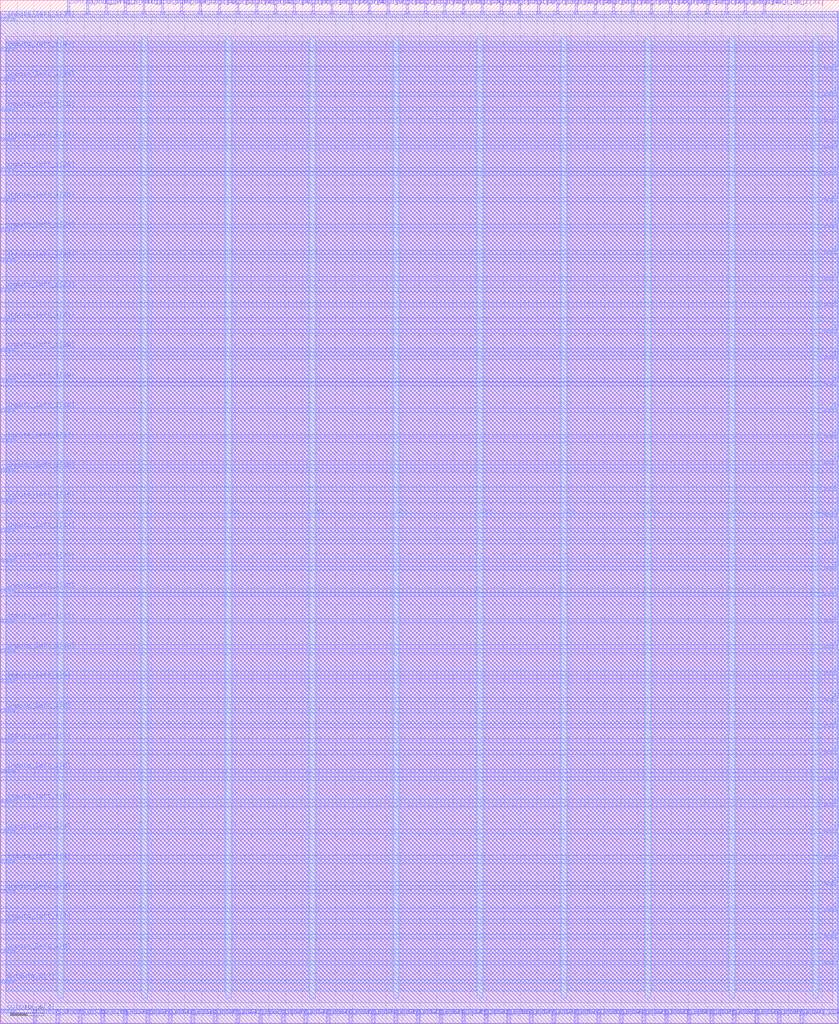
<source format=lef>
VERSION 5.7 ;
  NOWIREEXTENSIONATPIN ON ;
  DIVIDERCHAR "/" ;
  BUSBITCHARS "[]" ;
MACRO fpga_struct_block
  CLASS BLOCK ;
  FOREIGN fpga_struct_block ;
  ORIGIN 0.000 0.000 ;
  SIZE 250.000 BY 305.000 ;
  PIN VDD
    DIRECTION INOUT ;
    USE POWER ;
    PORT
      LAYER Metal4 ;
        RECT 17.200 7.540 18.800 294.300 ;
    END
    PORT
      LAYER Metal4 ;
        RECT 67.200 7.540 68.800 294.300 ;
    END
    PORT
      LAYER Metal4 ;
        RECT 117.200 7.540 118.800 294.300 ;
    END
    PORT
      LAYER Metal4 ;
        RECT 167.200 7.540 168.800 294.300 ;
    END
    PORT
      LAYER Metal4 ;
        RECT 217.200 7.540 218.800 294.300 ;
    END
  END VDD
  PIN VSS
    DIRECTION INOUT ;
    USE GROUND ;
    PORT
      LAYER Metal4 ;
        RECT 42.200 7.540 43.800 294.300 ;
    END
    PORT
      LAYER Metal4 ;
        RECT 92.200 7.540 93.800 294.300 ;
    END
    PORT
      LAYER Metal4 ;
        RECT 142.200 7.540 143.800 294.300 ;
    END
    PORT
      LAYER Metal4 ;
        RECT 192.200 7.540 193.800 294.300 ;
    END
    PORT
      LAYER Metal4 ;
        RECT 242.200 7.540 243.800 294.300 ;
    END
  END VSS
  PIN clk_i
    DIRECTION INPUT ;
    USE SIGNAL ;
    ANTENNAGATEAREA 2.369000 ;
    ANTENNADIFFAREA 0.410400 ;
    PORT
      LAYER Metal3 ;
        RECT 246.000 17.920 250.000 18.480 ;
    END
  END clk_i
  PIN config_clk_i
    DIRECTION INPUT ;
    USE SIGNAL ;
    ANTENNAGATEAREA 2.369000 ;
    ANTENNADIFFAREA 0.410400 ;
    PORT
      LAYER Metal2 ;
        RECT 20.160 301.000 20.720 305.000 ;
    END
  END config_clk_i
  PIN config_ena_i
    DIRECTION INPUT ;
    USE SIGNAL ;
    PORT
      LAYER Metal2 ;
        RECT 25.760 301.000 26.320 305.000 ;
    END
  END config_ena_i
  PIN config_shift_i
    DIRECTION INPUT ;
    USE SIGNAL ;
    ANTENNAGATEAREA 0.396000 ;
    ANTENNADIFFAREA 0.410400 ;
    PORT
      LAYER Metal2 ;
        RECT 31.360 301.000 31.920 305.000 ;
    END
  END config_shift_i
  PIN config_shift_o
    DIRECTION OUTPUT TRISTATE ;
    USE SIGNAL ;
    ANTENNADIFFAREA 1.986000 ;
    PORT
      LAYER Metal2 ;
        RECT 10.080 0.000 10.640 4.000 ;
    END
  END config_shift_o
  PIN glb_rstn_i
    DIRECTION INPUT ;
    USE SIGNAL ;
    ANTENNAGATEAREA 12.780000 ;
    ANTENNADIFFAREA 3.693600 ;
    PORT
      LAYER Metal2 ;
        RECT 36.960 301.000 37.520 305.000 ;
    END
  END glb_rstn_i
  PIN inputs_down_i[0]
    DIRECTION INPUT ;
    USE SIGNAL ;
    ANTENNAGATEAREA 1.057000 ;
    ANTENNADIFFAREA 0.410400 ;
    PORT
      LAYER Metal2 ;
        RECT 30.240 0.000 30.800 4.000 ;
    END
  END inputs_down_i[0]
  PIN inputs_down_i[10]
    DIRECTION INPUT ;
    USE SIGNAL ;
    ANTENNAGATEAREA 1.099500 ;
    ANTENNADIFFAREA 0.410400 ;
    PORT
      LAYER Metal2 ;
        RECT 97.440 0.000 98.000 4.000 ;
    END
  END inputs_down_i[10]
  PIN inputs_down_i[11]
    DIRECTION INPUT ;
    USE SIGNAL ;
    ANTENNAGATEAREA 1.057000 ;
    ANTENNADIFFAREA 0.410400 ;
    PORT
      LAYER Metal2 ;
        RECT 104.160 0.000 104.720 4.000 ;
    END
  END inputs_down_i[11]
  PIN inputs_down_i[12]
    DIRECTION INPUT ;
    USE SIGNAL ;
    ANTENNAGATEAREA 1.057000 ;
    ANTENNADIFFAREA 0.410400 ;
    PORT
      LAYER Metal2 ;
        RECT 110.880 0.000 111.440 4.000 ;
    END
  END inputs_down_i[12]
  PIN inputs_down_i[13]
    DIRECTION INPUT ;
    USE SIGNAL ;
    ANTENNAGATEAREA 1.099500 ;
    ANTENNADIFFAREA 0.410400 ;
    PORT
      LAYER Metal2 ;
        RECT 117.600 0.000 118.160 4.000 ;
    END
  END inputs_down_i[13]
  PIN inputs_down_i[14]
    DIRECTION INPUT ;
    USE SIGNAL ;
    ANTENNAGATEAREA 1.057000 ;
    ANTENNADIFFAREA 0.410400 ;
    PORT
      LAYER Metal2 ;
        RECT 124.320 0.000 124.880 4.000 ;
    END
  END inputs_down_i[14]
  PIN inputs_down_i[15]
    DIRECTION INPUT ;
    USE SIGNAL ;
    ANTENNAGATEAREA 1.057000 ;
    ANTENNADIFFAREA 0.410400 ;
    PORT
      LAYER Metal2 ;
        RECT 131.040 0.000 131.600 4.000 ;
    END
  END inputs_down_i[15]
  PIN inputs_down_i[16]
    DIRECTION INPUT ;
    USE SIGNAL ;
    ANTENNAGATEAREA 1.057000 ;
    ANTENNADIFFAREA 0.410400 ;
    PORT
      LAYER Metal2 ;
        RECT 137.760 0.000 138.320 4.000 ;
    END
  END inputs_down_i[16]
  PIN inputs_down_i[17]
    DIRECTION INPUT ;
    USE SIGNAL ;
    ANTENNAGATEAREA 1.057000 ;
    ANTENNADIFFAREA 0.410400 ;
    PORT
      LAYER Metal2 ;
        RECT 144.480 0.000 145.040 4.000 ;
    END
  END inputs_down_i[17]
  PIN inputs_down_i[18]
    DIRECTION INPUT ;
    USE SIGNAL ;
    ANTENNAGATEAREA 1.057000 ;
    ANTENNADIFFAREA 0.410400 ;
    PORT
      LAYER Metal2 ;
        RECT 151.200 0.000 151.760 4.000 ;
    END
  END inputs_down_i[18]
  PIN inputs_down_i[19]
    DIRECTION INPUT ;
    USE SIGNAL ;
    ANTENNAGATEAREA 1.057000 ;
    ANTENNADIFFAREA 0.410400 ;
    PORT
      LAYER Metal2 ;
        RECT 157.920 0.000 158.480 4.000 ;
    END
  END inputs_down_i[19]
  PIN inputs_down_i[1]
    DIRECTION INPUT ;
    USE SIGNAL ;
    ANTENNAGATEAREA 1.057000 ;
    ANTENNADIFFAREA 0.410400 ;
    PORT
      LAYER Metal2 ;
        RECT 36.960 0.000 37.520 4.000 ;
    END
  END inputs_down_i[1]
  PIN inputs_down_i[20]
    DIRECTION INPUT ;
    USE SIGNAL ;
    ANTENNAGATEAREA 1.057000 ;
    ANTENNADIFFAREA 0.410400 ;
    PORT
      LAYER Metal2 ;
        RECT 164.640 0.000 165.200 4.000 ;
    END
  END inputs_down_i[20]
  PIN inputs_down_i[21]
    DIRECTION INPUT ;
    USE SIGNAL ;
    ANTENNAGATEAREA 1.057000 ;
    ANTENNADIFFAREA 0.410400 ;
    PORT
      LAYER Metal2 ;
        RECT 171.360 0.000 171.920 4.000 ;
    END
  END inputs_down_i[21]
  PIN inputs_down_i[22]
    DIRECTION INPUT ;
    USE SIGNAL ;
    ANTENNAGATEAREA 1.057000 ;
    ANTENNADIFFAREA 0.410400 ;
    PORT
      LAYER Metal2 ;
        RECT 178.080 0.000 178.640 4.000 ;
    END
  END inputs_down_i[22]
  PIN inputs_down_i[23]
    DIRECTION INPUT ;
    USE SIGNAL ;
    ANTENNAGATEAREA 1.057000 ;
    ANTENNADIFFAREA 0.410400 ;
    PORT
      LAYER Metal2 ;
        RECT 184.800 0.000 185.360 4.000 ;
    END
  END inputs_down_i[23]
  PIN inputs_down_i[24]
    DIRECTION INPUT ;
    USE SIGNAL ;
    ANTENNAGATEAREA 1.057000 ;
    ANTENNADIFFAREA 0.410400 ;
    PORT
      LAYER Metal2 ;
        RECT 191.520 0.000 192.080 4.000 ;
    END
  END inputs_down_i[24]
  PIN inputs_down_i[25]
    DIRECTION INPUT ;
    USE SIGNAL ;
    ANTENNAGATEAREA 1.057000 ;
    ANTENNADIFFAREA 0.410400 ;
    PORT
      LAYER Metal2 ;
        RECT 198.240 0.000 198.800 4.000 ;
    END
  END inputs_down_i[25]
  PIN inputs_down_i[26]
    DIRECTION INPUT ;
    USE SIGNAL ;
    ANTENNAGATEAREA 1.057000 ;
    ANTENNADIFFAREA 0.410400 ;
    PORT
      LAYER Metal2 ;
        RECT 204.960 0.000 205.520 4.000 ;
    END
  END inputs_down_i[26]
  PIN inputs_down_i[27]
    DIRECTION INPUT ;
    USE SIGNAL ;
    ANTENNAGATEAREA 1.057000 ;
    ANTENNADIFFAREA 0.410400 ;
    PORT
      LAYER Metal2 ;
        RECT 211.680 0.000 212.240 4.000 ;
    END
  END inputs_down_i[27]
  PIN inputs_down_i[28]
    DIRECTION INPUT ;
    USE SIGNAL ;
    ANTENNAGATEAREA 1.057000 ;
    ANTENNADIFFAREA 0.410400 ;
    PORT
      LAYER Metal2 ;
        RECT 218.400 0.000 218.960 4.000 ;
    END
  END inputs_down_i[28]
  PIN inputs_down_i[29]
    DIRECTION INPUT ;
    USE SIGNAL ;
    ANTENNAGATEAREA 1.057000 ;
    ANTENNADIFFAREA 0.410400 ;
    PORT
      LAYER Metal2 ;
        RECT 225.120 0.000 225.680 4.000 ;
    END
  END inputs_down_i[29]
  PIN inputs_down_i[2]
    DIRECTION INPUT ;
    USE SIGNAL ;
    ANTENNAGATEAREA 1.057000 ;
    ANTENNADIFFAREA 0.410400 ;
    PORT
      LAYER Metal2 ;
        RECT 43.680 0.000 44.240 4.000 ;
    END
  END inputs_down_i[2]
  PIN inputs_down_i[30]
    DIRECTION INPUT ;
    USE SIGNAL ;
    ANTENNAGATEAREA 1.057000 ;
    ANTENNADIFFAREA 0.410400 ;
    PORT
      LAYER Metal2 ;
        RECT 231.840 0.000 232.400 4.000 ;
    END
  END inputs_down_i[30]
  PIN inputs_down_i[31]
    DIRECTION INPUT ;
    USE SIGNAL ;
    ANTENNAGATEAREA 1.057000 ;
    ANTENNADIFFAREA 0.410400 ;
    PORT
      LAYER Metal2 ;
        RECT 238.560 0.000 239.120 4.000 ;
    END
  END inputs_down_i[31]
  PIN inputs_down_i[3]
    DIRECTION INPUT ;
    USE SIGNAL ;
    ANTENNAGATEAREA 1.057000 ;
    ANTENNADIFFAREA 0.410400 ;
    PORT
      LAYER Metal2 ;
        RECT 50.400 0.000 50.960 4.000 ;
    END
  END inputs_down_i[3]
  PIN inputs_down_i[4]
    DIRECTION INPUT ;
    USE SIGNAL ;
    ANTENNAGATEAREA 1.057000 ;
    ANTENNADIFFAREA 0.410400 ;
    PORT
      LAYER Metal2 ;
        RECT 57.120 0.000 57.680 4.000 ;
    END
  END inputs_down_i[4]
  PIN inputs_down_i[5]
    DIRECTION INPUT ;
    USE SIGNAL ;
    ANTENNAGATEAREA 1.057000 ;
    ANTENNADIFFAREA 0.410400 ;
    PORT
      LAYER Metal2 ;
        RECT 63.840 0.000 64.400 4.000 ;
    END
  END inputs_down_i[5]
  PIN inputs_down_i[6]
    DIRECTION INPUT ;
    USE SIGNAL ;
    ANTENNAGATEAREA 1.057000 ;
    ANTENNADIFFAREA 0.410400 ;
    PORT
      LAYER Metal2 ;
        RECT 70.560 0.000 71.120 4.000 ;
    END
  END inputs_down_i[6]
  PIN inputs_down_i[7]
    DIRECTION INPUT ;
    USE SIGNAL ;
    ANTENNAGATEAREA 1.057000 ;
    ANTENNADIFFAREA 0.410400 ;
    PORT
      LAYER Metal2 ;
        RECT 77.280 0.000 77.840 4.000 ;
    END
  END inputs_down_i[7]
  PIN inputs_down_i[8]
    DIRECTION INPUT ;
    USE SIGNAL ;
    ANTENNAGATEAREA 1.057000 ;
    ANTENNADIFFAREA 0.410400 ;
    PORT
      LAYER Metal2 ;
        RECT 84.000 0.000 84.560 4.000 ;
    END
  END inputs_down_i[8]
  PIN inputs_down_i[9]
    DIRECTION INPUT ;
    USE SIGNAL ;
    ANTENNAGATEAREA 1.057000 ;
    ANTENNADIFFAREA 0.410400 ;
    PORT
      LAYER Metal2 ;
        RECT 90.720 0.000 91.280 4.000 ;
    END
  END inputs_down_i[9]
  PIN inputs_left_i[0]
    DIRECTION INPUT ;
    USE SIGNAL ;
    ANTENNAGATEAREA 1.057000 ;
    ANTENNADIFFAREA 0.410400 ;
    PORT
      LAYER Metal3 ;
        RECT 0.000 21.280 4.000 21.840 ;
    END
  END inputs_left_i[0]
  PIN inputs_left_i[10]
    DIRECTION INPUT ;
    USE SIGNAL ;
    ANTENNAGATEAREA 1.057000 ;
    ANTENNADIFFAREA 0.410400 ;
    PORT
      LAYER Metal3 ;
        RECT 0.000 110.880 4.000 111.440 ;
    END
  END inputs_left_i[10]
  PIN inputs_left_i[11]
    DIRECTION INPUT ;
    USE SIGNAL ;
    ANTENNAGATEAREA 1.057000 ;
    ANTENNADIFFAREA 0.410400 ;
    PORT
      LAYER Metal3 ;
        RECT 0.000 119.840 4.000 120.400 ;
    END
  END inputs_left_i[11]
  PIN inputs_left_i[12]
    DIRECTION INPUT ;
    USE SIGNAL ;
    ANTENNAGATEAREA 1.057000 ;
    ANTENNADIFFAREA 0.410400 ;
    PORT
      LAYER Metal3 ;
        RECT 0.000 128.800 4.000 129.360 ;
    END
  END inputs_left_i[12]
  PIN inputs_left_i[13]
    DIRECTION INPUT ;
    USE SIGNAL ;
    ANTENNAGATEAREA 1.099500 ;
    ANTENNADIFFAREA 0.410400 ;
    PORT
      LAYER Metal3 ;
        RECT 0.000 137.760 4.000 138.320 ;
    END
  END inputs_left_i[13]
  PIN inputs_left_i[14]
    DIRECTION INPUT ;
    USE SIGNAL ;
    ANTENNAGATEAREA 1.099500 ;
    ANTENNADIFFAREA 0.410400 ;
    PORT
      LAYER Metal3 ;
        RECT 0.000 146.720 4.000 147.280 ;
    END
  END inputs_left_i[14]
  PIN inputs_left_i[15]
    DIRECTION INPUT ;
    USE SIGNAL ;
    ANTENNAGATEAREA 1.057000 ;
    ANTENNADIFFAREA 0.410400 ;
    PORT
      LAYER Metal3 ;
        RECT 0.000 155.680 4.000 156.240 ;
    END
  END inputs_left_i[15]
  PIN inputs_left_i[16]
    DIRECTION INPUT ;
    USE SIGNAL ;
    ANTENNAGATEAREA 1.057000 ;
    ANTENNADIFFAREA 0.410400 ;
    PORT
      LAYER Metal3 ;
        RECT 0.000 164.640 4.000 165.200 ;
    END
  END inputs_left_i[16]
  PIN inputs_left_i[17]
    DIRECTION INPUT ;
    USE SIGNAL ;
    ANTENNAGATEAREA 1.057000 ;
    ANTENNADIFFAREA 0.410400 ;
    PORT
      LAYER Metal3 ;
        RECT 0.000 173.600 4.000 174.160 ;
    END
  END inputs_left_i[17]
  PIN inputs_left_i[18]
    DIRECTION INPUT ;
    USE SIGNAL ;
    ANTENNAGATEAREA 1.057000 ;
    ANTENNADIFFAREA 0.410400 ;
    PORT
      LAYER Metal3 ;
        RECT 0.000 182.560 4.000 183.120 ;
    END
  END inputs_left_i[18]
  PIN inputs_left_i[19]
    DIRECTION INPUT ;
    USE SIGNAL ;
    ANTENNAGATEAREA 1.057000 ;
    ANTENNADIFFAREA 0.410400 ;
    PORT
      LAYER Metal3 ;
        RECT 0.000 191.520 4.000 192.080 ;
    END
  END inputs_left_i[19]
  PIN inputs_left_i[1]
    DIRECTION INPUT ;
    USE SIGNAL ;
    ANTENNAGATEAREA 1.057000 ;
    ANTENNADIFFAREA 0.410400 ;
    PORT
      LAYER Metal3 ;
        RECT 0.000 30.240 4.000 30.800 ;
    END
  END inputs_left_i[1]
  PIN inputs_left_i[20]
    DIRECTION INPUT ;
    USE SIGNAL ;
    ANTENNAGATEAREA 1.057000 ;
    ANTENNADIFFAREA 0.410400 ;
    PORT
      LAYER Metal3 ;
        RECT 0.000 200.480 4.000 201.040 ;
    END
  END inputs_left_i[20]
  PIN inputs_left_i[21]
    DIRECTION INPUT ;
    USE SIGNAL ;
    ANTENNAGATEAREA 1.057000 ;
    ANTENNADIFFAREA 0.410400 ;
    PORT
      LAYER Metal3 ;
        RECT 0.000 209.440 4.000 210.000 ;
    END
  END inputs_left_i[21]
  PIN inputs_left_i[22]
    DIRECTION INPUT ;
    USE SIGNAL ;
    ANTENNAGATEAREA 1.057000 ;
    ANTENNADIFFAREA 0.410400 ;
    PORT
      LAYER Metal3 ;
        RECT 0.000 218.400 4.000 218.960 ;
    END
  END inputs_left_i[22]
  PIN inputs_left_i[23]
    DIRECTION INPUT ;
    USE SIGNAL ;
    ANTENNAGATEAREA 1.057000 ;
    ANTENNADIFFAREA 0.410400 ;
    PORT
      LAYER Metal3 ;
        RECT 0.000 227.360 4.000 227.920 ;
    END
  END inputs_left_i[23]
  PIN inputs_left_i[24]
    DIRECTION INPUT ;
    USE SIGNAL ;
    ANTENNAGATEAREA 1.057000 ;
    ANTENNADIFFAREA 0.410400 ;
    PORT
      LAYER Metal3 ;
        RECT 0.000 236.320 4.000 236.880 ;
    END
  END inputs_left_i[24]
  PIN inputs_left_i[25]
    DIRECTION INPUT ;
    USE SIGNAL ;
    ANTENNAGATEAREA 1.057000 ;
    ANTENNADIFFAREA 0.410400 ;
    PORT
      LAYER Metal3 ;
        RECT 0.000 245.280 4.000 245.840 ;
    END
  END inputs_left_i[25]
  PIN inputs_left_i[26]
    DIRECTION INPUT ;
    USE SIGNAL ;
    ANTENNAGATEAREA 1.057000 ;
    ANTENNADIFFAREA 0.410400 ;
    PORT
      LAYER Metal3 ;
        RECT 0.000 254.240 4.000 254.800 ;
    END
  END inputs_left_i[26]
  PIN inputs_left_i[27]
    DIRECTION INPUT ;
    USE SIGNAL ;
    ANTENNAGATEAREA 1.057000 ;
    ANTENNADIFFAREA 0.410400 ;
    PORT
      LAYER Metal3 ;
        RECT 0.000 263.200 4.000 263.760 ;
    END
  END inputs_left_i[27]
  PIN inputs_left_i[28]
    DIRECTION INPUT ;
    USE SIGNAL ;
    ANTENNAGATEAREA 1.057000 ;
    ANTENNADIFFAREA 0.410400 ;
    PORT
      LAYER Metal3 ;
        RECT 0.000 272.160 4.000 272.720 ;
    END
  END inputs_left_i[28]
  PIN inputs_left_i[29]
    DIRECTION INPUT ;
    USE SIGNAL ;
    ANTENNAGATEAREA 1.057000 ;
    ANTENNADIFFAREA 0.410400 ;
    PORT
      LAYER Metal3 ;
        RECT 0.000 281.120 4.000 281.680 ;
    END
  END inputs_left_i[29]
  PIN inputs_left_i[2]
    DIRECTION INPUT ;
    USE SIGNAL ;
    ANTENNAGATEAREA 1.057000 ;
    ANTENNADIFFAREA 0.410400 ;
    PORT
      LAYER Metal3 ;
        RECT 0.000 39.200 4.000 39.760 ;
    END
  END inputs_left_i[2]
  PIN inputs_left_i[30]
    DIRECTION INPUT ;
    USE SIGNAL ;
    ANTENNAGATEAREA 1.057000 ;
    ANTENNADIFFAREA 0.410400 ;
    PORT
      LAYER Metal3 ;
        RECT 0.000 290.080 4.000 290.640 ;
    END
  END inputs_left_i[30]
  PIN inputs_left_i[31]
    DIRECTION INPUT ;
    USE SIGNAL ;
    ANTENNAGATEAREA 1.057000 ;
    ANTENNADIFFAREA 0.410400 ;
    PORT
      LAYER Metal3 ;
        RECT 0.000 299.040 4.000 299.600 ;
    END
  END inputs_left_i[31]
  PIN inputs_left_i[3]
    DIRECTION INPUT ;
    USE SIGNAL ;
    ANTENNAGATEAREA 1.057000 ;
    ANTENNADIFFAREA 0.410400 ;
    PORT
      LAYER Metal3 ;
        RECT 0.000 48.160 4.000 48.720 ;
    END
  END inputs_left_i[3]
  PIN inputs_left_i[4]
    DIRECTION INPUT ;
    USE SIGNAL ;
    ANTENNAGATEAREA 1.057000 ;
    ANTENNADIFFAREA 0.410400 ;
    PORT
      LAYER Metal3 ;
        RECT 0.000 57.120 4.000 57.680 ;
    END
  END inputs_left_i[4]
  PIN inputs_left_i[5]
    DIRECTION INPUT ;
    USE SIGNAL ;
    ANTENNAGATEAREA 1.057000 ;
    ANTENNADIFFAREA 0.410400 ;
    PORT
      LAYER Metal3 ;
        RECT 0.000 66.080 4.000 66.640 ;
    END
  END inputs_left_i[5]
  PIN inputs_left_i[6]
    DIRECTION INPUT ;
    USE SIGNAL ;
    ANTENNAGATEAREA 1.057000 ;
    ANTENNADIFFAREA 0.410400 ;
    PORT
      LAYER Metal3 ;
        RECT 0.000 75.040 4.000 75.600 ;
    END
  END inputs_left_i[6]
  PIN inputs_left_i[7]
    DIRECTION INPUT ;
    USE SIGNAL ;
    ANTENNAGATEAREA 1.057000 ;
    ANTENNADIFFAREA 0.410400 ;
    PORT
      LAYER Metal3 ;
        RECT 0.000 84.000 4.000 84.560 ;
    END
  END inputs_left_i[7]
  PIN inputs_left_i[8]
    DIRECTION INPUT ;
    USE SIGNAL ;
    ANTENNAGATEAREA 1.057000 ;
    ANTENNADIFFAREA 0.410400 ;
    PORT
      LAYER Metal3 ;
        RECT 0.000 92.960 4.000 93.520 ;
    END
  END inputs_left_i[8]
  PIN inputs_left_i[9]
    DIRECTION INPUT ;
    USE SIGNAL ;
    ANTENNAGATEAREA 1.099500 ;
    ANTENNADIFFAREA 0.410400 ;
    PORT
      LAYER Metal3 ;
        RECT 0.000 101.920 4.000 102.480 ;
    END
  END inputs_left_i[9]
  PIN inputs_right_i[0]
    DIRECTION INPUT ;
    USE SIGNAL ;
    ANTENNAGATEAREA 1.057000 ;
    ANTENNADIFFAREA 0.410400 ;
    PORT
      LAYER Metal3 ;
        RECT 246.000 41.440 250.000 42.000 ;
    END
  END inputs_right_i[0]
  PIN inputs_right_i[10]
    DIRECTION INPUT ;
    USE SIGNAL ;
    ANTENNAGATEAREA 1.099500 ;
    ANTENNADIFFAREA 0.410400 ;
    PORT
      LAYER Metal3 ;
        RECT 246.000 119.840 250.000 120.400 ;
    END
  END inputs_right_i[10]
  PIN inputs_right_i[11]
    DIRECTION INPUT ;
    USE SIGNAL ;
    ANTENNAGATEAREA 1.099500 ;
    ANTENNADIFFAREA 0.410400 ;
    PORT
      LAYER Metal3 ;
        RECT 246.000 127.680 250.000 128.240 ;
    END
  END inputs_right_i[11]
  PIN inputs_right_i[12]
    DIRECTION INPUT ;
    USE SIGNAL ;
    ANTENNAGATEAREA 1.057000 ;
    ANTENNADIFFAREA 0.410400 ;
    PORT
      LAYER Metal3 ;
        RECT 246.000 135.520 250.000 136.080 ;
    END
  END inputs_right_i[12]
  PIN inputs_right_i[13]
    DIRECTION INPUT ;
    USE SIGNAL ;
    ANTENNAGATEAREA 1.099500 ;
    ANTENNADIFFAREA 0.410400 ;
    PORT
      LAYER Metal3 ;
        RECT 246.000 143.360 250.000 143.920 ;
    END
  END inputs_right_i[13]
  PIN inputs_right_i[14]
    DIRECTION INPUT ;
    USE SIGNAL ;
    ANTENNAGATEAREA 1.057000 ;
    ANTENNADIFFAREA 0.410400 ;
    PORT
      LAYER Metal3 ;
        RECT 246.000 151.200 250.000 151.760 ;
    END
  END inputs_right_i[14]
  PIN inputs_right_i[15]
    DIRECTION INPUT ;
    USE SIGNAL ;
    ANTENNAGATEAREA 1.057000 ;
    ANTENNADIFFAREA 0.410400 ;
    PORT
      LAYER Metal3 ;
        RECT 246.000 159.040 250.000 159.600 ;
    END
  END inputs_right_i[15]
  PIN inputs_right_i[16]
    DIRECTION INPUT ;
    USE SIGNAL ;
    ANTENNAGATEAREA 1.057000 ;
    ANTENNADIFFAREA 0.410400 ;
    PORT
      LAYER Metal3 ;
        RECT 246.000 166.880 250.000 167.440 ;
    END
  END inputs_right_i[16]
  PIN inputs_right_i[17]
    DIRECTION INPUT ;
    USE SIGNAL ;
    ANTENNAGATEAREA 1.057000 ;
    ANTENNADIFFAREA 0.410400 ;
    PORT
      LAYER Metal3 ;
        RECT 246.000 174.720 250.000 175.280 ;
    END
  END inputs_right_i[17]
  PIN inputs_right_i[18]
    DIRECTION INPUT ;
    USE SIGNAL ;
    ANTENNAGATEAREA 1.057000 ;
    ANTENNADIFFAREA 0.410400 ;
    PORT
      LAYER Metal3 ;
        RECT 246.000 182.560 250.000 183.120 ;
    END
  END inputs_right_i[18]
  PIN inputs_right_i[19]
    DIRECTION INPUT ;
    USE SIGNAL ;
    ANTENNAGATEAREA 1.057000 ;
    ANTENNADIFFAREA 0.410400 ;
    PORT
      LAYER Metal3 ;
        RECT 246.000 190.400 250.000 190.960 ;
    END
  END inputs_right_i[19]
  PIN inputs_right_i[1]
    DIRECTION INPUT ;
    USE SIGNAL ;
    ANTENNAGATEAREA 1.057000 ;
    ANTENNADIFFAREA 0.410400 ;
    PORT
      LAYER Metal3 ;
        RECT 246.000 49.280 250.000 49.840 ;
    END
  END inputs_right_i[1]
  PIN inputs_right_i[20]
    DIRECTION INPUT ;
    USE SIGNAL ;
    ANTENNAGATEAREA 1.057000 ;
    ANTENNADIFFAREA 0.410400 ;
    PORT
      LAYER Metal3 ;
        RECT 246.000 198.240 250.000 198.800 ;
    END
  END inputs_right_i[20]
  PIN inputs_right_i[21]
    DIRECTION INPUT ;
    USE SIGNAL ;
    ANTENNAGATEAREA 1.057000 ;
    ANTENNADIFFAREA 0.410400 ;
    PORT
      LAYER Metal3 ;
        RECT 246.000 206.080 250.000 206.640 ;
    END
  END inputs_right_i[21]
  PIN inputs_right_i[22]
    DIRECTION INPUT ;
    USE SIGNAL ;
    ANTENNAGATEAREA 1.057000 ;
    ANTENNADIFFAREA 0.410400 ;
    PORT
      LAYER Metal3 ;
        RECT 246.000 213.920 250.000 214.480 ;
    END
  END inputs_right_i[22]
  PIN inputs_right_i[23]
    DIRECTION INPUT ;
    USE SIGNAL ;
    ANTENNAGATEAREA 1.057000 ;
    ANTENNADIFFAREA 0.410400 ;
    PORT
      LAYER Metal3 ;
        RECT 246.000 221.760 250.000 222.320 ;
    END
  END inputs_right_i[23]
  PIN inputs_right_i[24]
    DIRECTION INPUT ;
    USE SIGNAL ;
    ANTENNAGATEAREA 2.114000 ;
    ANTENNADIFFAREA 0.410400 ;
    PORT
      LAYER Metal3 ;
        RECT 246.000 229.600 250.000 230.160 ;
    END
  END inputs_right_i[24]
  PIN inputs_right_i[25]
    DIRECTION INPUT ;
    USE SIGNAL ;
    ANTENNAGATEAREA 2.114000 ;
    ANTENNADIFFAREA 0.410400 ;
    PORT
      LAYER Metal3 ;
        RECT 246.000 237.440 250.000 238.000 ;
    END
  END inputs_right_i[25]
  PIN inputs_right_i[26]
    DIRECTION INPUT ;
    USE SIGNAL ;
    ANTENNAGATEAREA 1.057000 ;
    ANTENNADIFFAREA 0.410400 ;
    PORT
      LAYER Metal3 ;
        RECT 246.000 245.280 250.000 245.840 ;
    END
  END inputs_right_i[26]
  PIN inputs_right_i[27]
    DIRECTION INPUT ;
    USE SIGNAL ;
    ANTENNAGATEAREA 2.114000 ;
    ANTENNADIFFAREA 0.410400 ;
    PORT
      LAYER Metal3 ;
        RECT 246.000 253.120 250.000 253.680 ;
    END
  END inputs_right_i[27]
  PIN inputs_right_i[28]
    DIRECTION INPUT ;
    USE SIGNAL ;
    ANTENNAGATEAREA 2.114000 ;
    ANTENNADIFFAREA 0.410400 ;
    PORT
      LAYER Metal3 ;
        RECT 246.000 260.960 250.000 261.520 ;
    END
  END inputs_right_i[28]
  PIN inputs_right_i[29]
    DIRECTION INPUT ;
    USE SIGNAL ;
    ANTENNAGATEAREA 1.057000 ;
    ANTENNADIFFAREA 0.410400 ;
    PORT
      LAYER Metal3 ;
        RECT 246.000 268.800 250.000 269.360 ;
    END
  END inputs_right_i[29]
  PIN inputs_right_i[2]
    DIRECTION INPUT ;
    USE SIGNAL ;
    ANTENNAGATEAREA 1.057000 ;
    ANTENNADIFFAREA 0.410400 ;
    PORT
      LAYER Metal3 ;
        RECT 246.000 57.120 250.000 57.680 ;
    END
  END inputs_right_i[2]
  PIN inputs_right_i[30]
    DIRECTION INPUT ;
    USE SIGNAL ;
    ANTENNAGATEAREA 1.057000 ;
    ANTENNADIFFAREA 0.410400 ;
    PORT
      LAYER Metal3 ;
        RECT 246.000 276.640 250.000 277.200 ;
    END
  END inputs_right_i[30]
  PIN inputs_right_i[31]
    DIRECTION INPUT ;
    USE SIGNAL ;
    ANTENNAGATEAREA 1.057000 ;
    ANTENNADIFFAREA 0.410400 ;
    PORT
      LAYER Metal3 ;
        RECT 246.000 284.480 250.000 285.040 ;
    END
  END inputs_right_i[31]
  PIN inputs_right_i[3]
    DIRECTION INPUT ;
    USE SIGNAL ;
    ANTENNAGATEAREA 1.057000 ;
    ANTENNADIFFAREA 0.410400 ;
    PORT
      LAYER Metal3 ;
        RECT 246.000 64.960 250.000 65.520 ;
    END
  END inputs_right_i[3]
  PIN inputs_right_i[4]
    DIRECTION INPUT ;
    USE SIGNAL ;
    ANTENNAGATEAREA 1.057000 ;
    ANTENNADIFFAREA 0.410400 ;
    PORT
      LAYER Metal3 ;
        RECT 246.000 72.800 250.000 73.360 ;
    END
  END inputs_right_i[4]
  PIN inputs_right_i[5]
    DIRECTION INPUT ;
    USE SIGNAL ;
    ANTENNAGATEAREA 1.057000 ;
    ANTENNADIFFAREA 0.410400 ;
    PORT
      LAYER Metal3 ;
        RECT 246.000 80.640 250.000 81.200 ;
    END
  END inputs_right_i[5]
  PIN inputs_right_i[6]
    DIRECTION INPUT ;
    USE SIGNAL ;
    ANTENNAGATEAREA 1.057000 ;
    ANTENNADIFFAREA 0.410400 ;
    PORT
      LAYER Metal3 ;
        RECT 246.000 88.480 250.000 89.040 ;
    END
  END inputs_right_i[6]
  PIN inputs_right_i[7]
    DIRECTION INPUT ;
    USE SIGNAL ;
    ANTENNAGATEAREA 1.057000 ;
    ANTENNADIFFAREA 0.410400 ;
    PORT
      LAYER Metal3 ;
        RECT 246.000 96.320 250.000 96.880 ;
    END
  END inputs_right_i[7]
  PIN inputs_right_i[8]
    DIRECTION INPUT ;
    USE SIGNAL ;
    ANTENNAGATEAREA 1.057000 ;
    ANTENNADIFFAREA 0.410400 ;
    PORT
      LAYER Metal3 ;
        RECT 246.000 104.160 250.000 104.720 ;
    END
  END inputs_right_i[8]
  PIN inputs_right_i[9]
    DIRECTION INPUT ;
    USE SIGNAL ;
    ANTENNAGATEAREA 1.099500 ;
    ANTENNADIFFAREA 0.410400 ;
    PORT
      LAYER Metal3 ;
        RECT 246.000 112.000 250.000 112.560 ;
    END
  END inputs_right_i[9]
  PIN inputs_up_i[0]
    DIRECTION INPUT ;
    USE SIGNAL ;
    ANTENNAGATEAREA 1.057000 ;
    ANTENNADIFFAREA 0.410400 ;
    PORT
      LAYER Metal2 ;
        RECT 53.760 301.000 54.320 305.000 ;
    END
  END inputs_up_i[0]
  PIN inputs_up_i[10]
    DIRECTION INPUT ;
    USE SIGNAL ;
    ANTENNAGATEAREA 1.057000 ;
    ANTENNADIFFAREA 0.410400 ;
    PORT
      LAYER Metal2 ;
        RECT 109.760 301.000 110.320 305.000 ;
    END
  END inputs_up_i[10]
  PIN inputs_up_i[11]
    DIRECTION INPUT ;
    USE SIGNAL ;
    ANTENNAGATEAREA 1.057000 ;
    ANTENNADIFFAREA 0.410400 ;
    PORT
      LAYER Metal2 ;
        RECT 115.360 301.000 115.920 305.000 ;
    END
  END inputs_up_i[11]
  PIN inputs_up_i[12]
    DIRECTION INPUT ;
    USE SIGNAL ;
    ANTENNAGATEAREA 1.099500 ;
    ANTENNADIFFAREA 0.410400 ;
    PORT
      LAYER Metal2 ;
        RECT 120.960 301.000 121.520 305.000 ;
    END
  END inputs_up_i[12]
  PIN inputs_up_i[13]
    DIRECTION INPUT ;
    USE SIGNAL ;
    ANTENNAGATEAREA 1.057000 ;
    ANTENNADIFFAREA 0.410400 ;
    PORT
      LAYER Metal2 ;
        RECT 126.560 301.000 127.120 305.000 ;
    END
  END inputs_up_i[13]
  PIN inputs_up_i[14]
    DIRECTION INPUT ;
    USE SIGNAL ;
    ANTENNAGATEAREA 2.114000 ;
    ANTENNADIFFAREA 0.410400 ;
    PORT
      LAYER Metal2 ;
        RECT 132.160 301.000 132.720 305.000 ;
    END
  END inputs_up_i[14]
  PIN inputs_up_i[15]
    DIRECTION INPUT ;
    USE SIGNAL ;
    ANTENNAGATEAREA 1.099500 ;
    ANTENNADIFFAREA 0.410400 ;
    PORT
      LAYER Metal2 ;
        RECT 137.760 301.000 138.320 305.000 ;
    END
  END inputs_up_i[15]
  PIN inputs_up_i[16]
    DIRECTION INPUT ;
    USE SIGNAL ;
    ANTENNAGATEAREA 1.057000 ;
    ANTENNADIFFAREA 0.410400 ;
    PORT
      LAYER Metal2 ;
        RECT 143.360 301.000 143.920 305.000 ;
    END
  END inputs_up_i[16]
  PIN inputs_up_i[17]
    DIRECTION INPUT ;
    USE SIGNAL ;
    ANTENNAGATEAREA 1.057000 ;
    ANTENNADIFFAREA 0.410400 ;
    PORT
      LAYER Metal2 ;
        RECT 148.960 301.000 149.520 305.000 ;
    END
  END inputs_up_i[17]
  PIN inputs_up_i[18]
    DIRECTION INPUT ;
    USE SIGNAL ;
    ANTENNAGATEAREA 1.057000 ;
    ANTENNADIFFAREA 0.410400 ;
    PORT
      LAYER Metal2 ;
        RECT 154.560 301.000 155.120 305.000 ;
    END
  END inputs_up_i[18]
  PIN inputs_up_i[19]
    DIRECTION INPUT ;
    USE SIGNAL ;
    ANTENNAGATEAREA 1.057000 ;
    ANTENNADIFFAREA 0.410400 ;
    PORT
      LAYER Metal2 ;
        RECT 160.160 301.000 160.720 305.000 ;
    END
  END inputs_up_i[19]
  PIN inputs_up_i[1]
    DIRECTION INPUT ;
    USE SIGNAL ;
    ANTENNAGATEAREA 1.057000 ;
    ANTENNADIFFAREA 0.410400 ;
    PORT
      LAYER Metal2 ;
        RECT 59.360 301.000 59.920 305.000 ;
    END
  END inputs_up_i[1]
  PIN inputs_up_i[20]
    DIRECTION INPUT ;
    USE SIGNAL ;
    ANTENNAGATEAREA 1.057000 ;
    ANTENNADIFFAREA 0.410400 ;
    PORT
      LAYER Metal2 ;
        RECT 165.760 301.000 166.320 305.000 ;
    END
  END inputs_up_i[20]
  PIN inputs_up_i[21]
    DIRECTION INPUT ;
    USE SIGNAL ;
    ANTENNAGATEAREA 1.057000 ;
    ANTENNADIFFAREA 0.410400 ;
    PORT
      LAYER Metal2 ;
        RECT 171.360 301.000 171.920 305.000 ;
    END
  END inputs_up_i[21]
  PIN inputs_up_i[22]
    DIRECTION INPUT ;
    USE SIGNAL ;
    ANTENNAGATEAREA 1.057000 ;
    ANTENNADIFFAREA 0.410400 ;
    PORT
      LAYER Metal2 ;
        RECT 176.960 301.000 177.520 305.000 ;
    END
  END inputs_up_i[22]
  PIN inputs_up_i[23]
    DIRECTION INPUT ;
    USE SIGNAL ;
    ANTENNAGATEAREA 1.057000 ;
    ANTENNADIFFAREA 0.410400 ;
    PORT
      LAYER Metal2 ;
        RECT 182.560 301.000 183.120 305.000 ;
    END
  END inputs_up_i[23]
  PIN inputs_up_i[24]
    DIRECTION INPUT ;
    USE SIGNAL ;
    ANTENNAGATEAREA 1.057000 ;
    ANTENNADIFFAREA 0.410400 ;
    PORT
      LAYER Metal2 ;
        RECT 188.160 301.000 188.720 305.000 ;
    END
  END inputs_up_i[24]
  PIN inputs_up_i[25]
    DIRECTION INPUT ;
    USE SIGNAL ;
    ANTENNAGATEAREA 1.057000 ;
    ANTENNADIFFAREA 0.410400 ;
    PORT
      LAYER Metal2 ;
        RECT 193.760 301.000 194.320 305.000 ;
    END
  END inputs_up_i[25]
  PIN inputs_up_i[26]
    DIRECTION INPUT ;
    USE SIGNAL ;
    ANTENNAGATEAREA 1.057000 ;
    ANTENNADIFFAREA 0.410400 ;
    PORT
      LAYER Metal2 ;
        RECT 199.360 301.000 199.920 305.000 ;
    END
  END inputs_up_i[26]
  PIN inputs_up_i[27]
    DIRECTION INPUT ;
    USE SIGNAL ;
    ANTENNAGATEAREA 1.057000 ;
    ANTENNADIFFAREA 0.410400 ;
    PORT
      LAYER Metal2 ;
        RECT 204.960 301.000 205.520 305.000 ;
    END
  END inputs_up_i[27]
  PIN inputs_up_i[28]
    DIRECTION INPUT ;
    USE SIGNAL ;
    ANTENNAGATEAREA 1.057000 ;
    ANTENNADIFFAREA 0.410400 ;
    PORT
      LAYER Metal2 ;
        RECT 210.560 301.000 211.120 305.000 ;
    END
  END inputs_up_i[28]
  PIN inputs_up_i[29]
    DIRECTION INPUT ;
    USE SIGNAL ;
    ANTENNAGATEAREA 1.057000 ;
    ANTENNADIFFAREA 0.410400 ;
    PORT
      LAYER Metal2 ;
        RECT 216.160 301.000 216.720 305.000 ;
    END
  END inputs_up_i[29]
  PIN inputs_up_i[2]
    DIRECTION INPUT ;
    USE SIGNAL ;
    ANTENNAGATEAREA 1.057000 ;
    ANTENNADIFFAREA 0.410400 ;
    PORT
      LAYER Metal2 ;
        RECT 64.960 301.000 65.520 305.000 ;
    END
  END inputs_up_i[2]
  PIN inputs_up_i[30]
    DIRECTION INPUT ;
    USE SIGNAL ;
    ANTENNAGATEAREA 1.057000 ;
    ANTENNADIFFAREA 0.410400 ;
    PORT
      LAYER Metal2 ;
        RECT 221.760 301.000 222.320 305.000 ;
    END
  END inputs_up_i[30]
  PIN inputs_up_i[31]
    DIRECTION INPUT ;
    USE SIGNAL ;
    ANTENNAGATEAREA 1.057000 ;
    ANTENNADIFFAREA 0.410400 ;
    PORT
      LAYER Metal2 ;
        RECT 227.360 301.000 227.920 305.000 ;
    END
  END inputs_up_i[31]
  PIN inputs_up_i[3]
    DIRECTION INPUT ;
    USE SIGNAL ;
    ANTENNAGATEAREA 1.057000 ;
    ANTENNADIFFAREA 0.410400 ;
    PORT
      LAYER Metal2 ;
        RECT 70.560 301.000 71.120 305.000 ;
    END
  END inputs_up_i[3]
  PIN inputs_up_i[4]
    DIRECTION INPUT ;
    USE SIGNAL ;
    ANTENNAGATEAREA 1.057000 ;
    ANTENNADIFFAREA 0.410400 ;
    PORT
      LAYER Metal2 ;
        RECT 76.160 301.000 76.720 305.000 ;
    END
  END inputs_up_i[4]
  PIN inputs_up_i[5]
    DIRECTION INPUT ;
    USE SIGNAL ;
    ANTENNAGATEAREA 1.057000 ;
    ANTENNADIFFAREA 0.410400 ;
    PORT
      LAYER Metal2 ;
        RECT 81.760 301.000 82.320 305.000 ;
    END
  END inputs_up_i[5]
  PIN inputs_up_i[6]
    DIRECTION INPUT ;
    USE SIGNAL ;
    ANTENNAGATEAREA 1.057000 ;
    ANTENNADIFFAREA 0.410400 ;
    PORT
      LAYER Metal2 ;
        RECT 87.360 301.000 87.920 305.000 ;
    END
  END inputs_up_i[6]
  PIN inputs_up_i[7]
    DIRECTION INPUT ;
    USE SIGNAL ;
    ANTENNAGATEAREA 1.057000 ;
    ANTENNADIFFAREA 0.410400 ;
    PORT
      LAYER Metal2 ;
        RECT 92.960 301.000 93.520 305.000 ;
    END
  END inputs_up_i[7]
  PIN inputs_up_i[8]
    DIRECTION INPUT ;
    USE SIGNAL ;
    ANTENNAGATEAREA 1.057000 ;
    ANTENNADIFFAREA 0.410400 ;
    PORT
      LAYER Metal2 ;
        RECT 98.560 301.000 99.120 305.000 ;
    END
  END inputs_up_i[8]
  PIN inputs_up_i[9]
    DIRECTION INPUT ;
    USE SIGNAL ;
    ANTENNAGATEAREA 1.057000 ;
    ANTENNADIFFAREA 0.410400 ;
    PORT
      LAYER Metal2 ;
        RECT 104.160 301.000 104.720 305.000 ;
    END
  END inputs_up_i[9]
  PIN outputs_o[0]
    DIRECTION OUTPUT TRISTATE ;
    USE SIGNAL ;
    ANTENNADIFFAREA 1.986000 ;
    PORT
      LAYER Metal2 ;
        RECT 42.560 301.000 43.120 305.000 ;
    END
  END outputs_o[0]
  PIN outputs_o[1]
    DIRECTION OUTPUT TRISTATE ;
    USE SIGNAL ;
    ANTENNADIFFAREA 1.986000 ;
    PORT
      LAYER Metal3 ;
        RECT 246.000 25.760 250.000 26.320 ;
    END
  END outputs_o[1]
  PIN outputs_o[2]
    DIRECTION OUTPUT TRISTATE ;
    USE SIGNAL ;
    ANTENNADIFFAREA 1.986000 ;
    PORT
      LAYER Metal2 ;
        RECT 16.800 0.000 17.360 4.000 ;
    END
  END outputs_o[2]
  PIN outputs_o[3]
    DIRECTION OUTPUT TRISTATE ;
    USE SIGNAL ;
    ANTENNADIFFAREA 1.986000 ;
    PORT
      LAYER Metal3 ;
        RECT 0.000 3.360 4.000 3.920 ;
    END
  END outputs_o[3]
  PIN outputs_o[4]
    DIRECTION OUTPUT TRISTATE ;
    USE SIGNAL ;
    ANTENNADIFFAREA 1.986000 ;
    PORT
      LAYER Metal2 ;
        RECT 48.160 301.000 48.720 305.000 ;
    END
  END outputs_o[4]
  PIN outputs_o[5]
    DIRECTION OUTPUT TRISTATE ;
    USE SIGNAL ;
    ANTENNADIFFAREA 1.986000 ;
    PORT
      LAYER Metal3 ;
        RECT 246.000 33.600 250.000 34.160 ;
    END
  END outputs_o[5]
  PIN outputs_o[6]
    DIRECTION OUTPUT TRISTATE ;
    USE SIGNAL ;
    ANTENNADIFFAREA 1.986000 ;
    PORT
      LAYER Metal2 ;
        RECT 23.520 0.000 24.080 4.000 ;
    END
  END outputs_o[6]
  PIN outputs_o[7]
    DIRECTION OUTPUT TRISTATE ;
    USE SIGNAL ;
    ANTENNADIFFAREA 1.986000 ;
    PORT
      LAYER Metal3 ;
        RECT 0.000 12.320 4.000 12.880 ;
    END
  END outputs_o[7]
  OBS
      LAYER Metal1 ;
        RECT 1.680 6.310 248.080 294.300 ;
      LAYER Metal2 ;
        RECT 0.140 300.700 19.860 301.700 ;
        RECT 21.020 300.700 25.460 301.700 ;
        RECT 26.620 300.700 31.060 301.700 ;
        RECT 32.220 300.700 36.660 301.700 ;
        RECT 37.820 300.700 42.260 301.700 ;
        RECT 43.420 300.700 47.860 301.700 ;
        RECT 49.020 300.700 53.460 301.700 ;
        RECT 54.620 300.700 59.060 301.700 ;
        RECT 60.220 300.700 64.660 301.700 ;
        RECT 65.820 300.700 70.260 301.700 ;
        RECT 71.420 300.700 75.860 301.700 ;
        RECT 77.020 300.700 81.460 301.700 ;
        RECT 82.620 300.700 87.060 301.700 ;
        RECT 88.220 300.700 92.660 301.700 ;
        RECT 93.820 300.700 98.260 301.700 ;
        RECT 99.420 300.700 103.860 301.700 ;
        RECT 105.020 300.700 109.460 301.700 ;
        RECT 110.620 300.700 115.060 301.700 ;
        RECT 116.220 300.700 120.660 301.700 ;
        RECT 121.820 300.700 126.260 301.700 ;
        RECT 127.420 300.700 131.860 301.700 ;
        RECT 133.020 300.700 137.460 301.700 ;
        RECT 138.620 300.700 143.060 301.700 ;
        RECT 144.220 300.700 148.660 301.700 ;
        RECT 149.820 300.700 154.260 301.700 ;
        RECT 155.420 300.700 159.860 301.700 ;
        RECT 161.020 300.700 165.460 301.700 ;
        RECT 166.620 300.700 171.060 301.700 ;
        RECT 172.220 300.700 176.660 301.700 ;
        RECT 177.820 300.700 182.260 301.700 ;
        RECT 183.420 300.700 187.860 301.700 ;
        RECT 189.020 300.700 193.460 301.700 ;
        RECT 194.620 300.700 199.060 301.700 ;
        RECT 200.220 300.700 204.660 301.700 ;
        RECT 205.820 300.700 210.260 301.700 ;
        RECT 211.420 300.700 215.860 301.700 ;
        RECT 217.020 300.700 221.460 301.700 ;
        RECT 222.620 300.700 227.060 301.700 ;
        RECT 228.220 300.700 249.620 301.700 ;
        RECT 0.140 4.300 249.620 300.700 ;
        RECT 0.140 0.090 9.780 4.300 ;
        RECT 10.940 0.090 16.500 4.300 ;
        RECT 17.660 0.090 23.220 4.300 ;
        RECT 24.380 0.090 29.940 4.300 ;
        RECT 31.100 0.090 36.660 4.300 ;
        RECT 37.820 0.090 43.380 4.300 ;
        RECT 44.540 0.090 50.100 4.300 ;
        RECT 51.260 0.090 56.820 4.300 ;
        RECT 57.980 0.090 63.540 4.300 ;
        RECT 64.700 0.090 70.260 4.300 ;
        RECT 71.420 0.090 76.980 4.300 ;
        RECT 78.140 0.090 83.700 4.300 ;
        RECT 84.860 0.090 90.420 4.300 ;
        RECT 91.580 0.090 97.140 4.300 ;
        RECT 98.300 0.090 103.860 4.300 ;
        RECT 105.020 0.090 110.580 4.300 ;
        RECT 111.740 0.090 117.300 4.300 ;
        RECT 118.460 0.090 124.020 4.300 ;
        RECT 125.180 0.090 130.740 4.300 ;
        RECT 131.900 0.090 137.460 4.300 ;
        RECT 138.620 0.090 144.180 4.300 ;
        RECT 145.340 0.090 150.900 4.300 ;
        RECT 152.060 0.090 157.620 4.300 ;
        RECT 158.780 0.090 164.340 4.300 ;
        RECT 165.500 0.090 171.060 4.300 ;
        RECT 172.220 0.090 177.780 4.300 ;
        RECT 178.940 0.090 184.500 4.300 ;
        RECT 185.660 0.090 191.220 4.300 ;
        RECT 192.380 0.090 197.940 4.300 ;
        RECT 199.100 0.090 204.660 4.300 ;
        RECT 205.820 0.090 211.380 4.300 ;
        RECT 212.540 0.090 218.100 4.300 ;
        RECT 219.260 0.090 224.820 4.300 ;
        RECT 225.980 0.090 231.540 4.300 ;
        RECT 232.700 0.090 238.260 4.300 ;
        RECT 239.420 0.090 249.620 4.300 ;
      LAYER Metal3 ;
        RECT 0.090 299.900 249.670 301.700 ;
        RECT 4.300 298.740 249.670 299.900 ;
        RECT 0.090 290.940 249.670 298.740 ;
        RECT 4.300 289.780 249.670 290.940 ;
        RECT 0.090 285.340 249.670 289.780 ;
        RECT 0.090 284.180 245.700 285.340 ;
        RECT 0.090 281.980 249.670 284.180 ;
        RECT 4.300 280.820 249.670 281.980 ;
        RECT 0.090 277.500 249.670 280.820 ;
        RECT 0.090 276.340 245.700 277.500 ;
        RECT 0.090 273.020 249.670 276.340 ;
        RECT 4.300 271.860 249.670 273.020 ;
        RECT 0.090 269.660 249.670 271.860 ;
        RECT 0.090 268.500 245.700 269.660 ;
        RECT 0.090 264.060 249.670 268.500 ;
        RECT 4.300 262.900 249.670 264.060 ;
        RECT 0.090 261.820 249.670 262.900 ;
        RECT 0.090 260.660 245.700 261.820 ;
        RECT 0.090 255.100 249.670 260.660 ;
        RECT 4.300 253.980 249.670 255.100 ;
        RECT 4.300 253.940 245.700 253.980 ;
        RECT 0.090 252.820 245.700 253.940 ;
        RECT 0.090 246.140 249.670 252.820 ;
        RECT 4.300 244.980 245.700 246.140 ;
        RECT 0.090 238.300 249.670 244.980 ;
        RECT 0.090 237.180 245.700 238.300 ;
        RECT 4.300 237.140 245.700 237.180 ;
        RECT 4.300 236.020 249.670 237.140 ;
        RECT 0.090 230.460 249.670 236.020 ;
        RECT 0.090 229.300 245.700 230.460 ;
        RECT 0.090 228.220 249.670 229.300 ;
        RECT 4.300 227.060 249.670 228.220 ;
        RECT 0.090 222.620 249.670 227.060 ;
        RECT 0.090 221.460 245.700 222.620 ;
        RECT 0.090 219.260 249.670 221.460 ;
        RECT 4.300 218.100 249.670 219.260 ;
        RECT 0.090 214.780 249.670 218.100 ;
        RECT 0.090 213.620 245.700 214.780 ;
        RECT 0.090 210.300 249.670 213.620 ;
        RECT 4.300 209.140 249.670 210.300 ;
        RECT 0.090 206.940 249.670 209.140 ;
        RECT 0.090 205.780 245.700 206.940 ;
        RECT 0.090 201.340 249.670 205.780 ;
        RECT 4.300 200.180 249.670 201.340 ;
        RECT 0.090 199.100 249.670 200.180 ;
        RECT 0.090 197.940 245.700 199.100 ;
        RECT 0.090 192.380 249.670 197.940 ;
        RECT 4.300 191.260 249.670 192.380 ;
        RECT 4.300 191.220 245.700 191.260 ;
        RECT 0.090 190.100 245.700 191.220 ;
        RECT 0.090 183.420 249.670 190.100 ;
        RECT 4.300 182.260 245.700 183.420 ;
        RECT 0.090 175.580 249.670 182.260 ;
        RECT 0.090 174.460 245.700 175.580 ;
        RECT 4.300 174.420 245.700 174.460 ;
        RECT 4.300 173.300 249.670 174.420 ;
        RECT 0.090 167.740 249.670 173.300 ;
        RECT 0.090 166.580 245.700 167.740 ;
        RECT 0.090 165.500 249.670 166.580 ;
        RECT 4.300 164.340 249.670 165.500 ;
        RECT 0.090 159.900 249.670 164.340 ;
        RECT 0.090 158.740 245.700 159.900 ;
        RECT 0.090 156.540 249.670 158.740 ;
        RECT 4.300 155.380 249.670 156.540 ;
        RECT 0.090 152.060 249.670 155.380 ;
        RECT 0.090 150.900 245.700 152.060 ;
        RECT 0.090 147.580 249.670 150.900 ;
        RECT 4.300 146.420 249.670 147.580 ;
        RECT 0.090 144.220 249.670 146.420 ;
        RECT 0.090 143.060 245.700 144.220 ;
        RECT 0.090 138.620 249.670 143.060 ;
        RECT 4.300 137.460 249.670 138.620 ;
        RECT 0.090 136.380 249.670 137.460 ;
        RECT 0.090 135.220 245.700 136.380 ;
        RECT 0.090 129.660 249.670 135.220 ;
        RECT 4.300 128.540 249.670 129.660 ;
        RECT 4.300 128.500 245.700 128.540 ;
        RECT 0.090 127.380 245.700 128.500 ;
        RECT 0.090 120.700 249.670 127.380 ;
        RECT 4.300 119.540 245.700 120.700 ;
        RECT 0.090 112.860 249.670 119.540 ;
        RECT 0.090 111.740 245.700 112.860 ;
        RECT 4.300 111.700 245.700 111.740 ;
        RECT 4.300 110.580 249.670 111.700 ;
        RECT 0.090 105.020 249.670 110.580 ;
        RECT 0.090 103.860 245.700 105.020 ;
        RECT 0.090 102.780 249.670 103.860 ;
        RECT 4.300 101.620 249.670 102.780 ;
        RECT 0.090 97.180 249.670 101.620 ;
        RECT 0.090 96.020 245.700 97.180 ;
        RECT 0.090 93.820 249.670 96.020 ;
        RECT 4.300 92.660 249.670 93.820 ;
        RECT 0.090 89.340 249.670 92.660 ;
        RECT 0.090 88.180 245.700 89.340 ;
        RECT 0.090 84.860 249.670 88.180 ;
        RECT 4.300 83.700 249.670 84.860 ;
        RECT 0.090 81.500 249.670 83.700 ;
        RECT 0.090 80.340 245.700 81.500 ;
        RECT 0.090 75.900 249.670 80.340 ;
        RECT 4.300 74.740 249.670 75.900 ;
        RECT 0.090 73.660 249.670 74.740 ;
        RECT 0.090 72.500 245.700 73.660 ;
        RECT 0.090 66.940 249.670 72.500 ;
        RECT 4.300 65.820 249.670 66.940 ;
        RECT 4.300 65.780 245.700 65.820 ;
        RECT 0.090 64.660 245.700 65.780 ;
        RECT 0.090 57.980 249.670 64.660 ;
        RECT 4.300 56.820 245.700 57.980 ;
        RECT 0.090 50.140 249.670 56.820 ;
        RECT 0.090 49.020 245.700 50.140 ;
        RECT 4.300 48.980 245.700 49.020 ;
        RECT 4.300 47.860 249.670 48.980 ;
        RECT 0.090 42.300 249.670 47.860 ;
        RECT 0.090 41.140 245.700 42.300 ;
        RECT 0.090 40.060 249.670 41.140 ;
        RECT 4.300 38.900 249.670 40.060 ;
        RECT 0.090 34.460 249.670 38.900 ;
        RECT 0.090 33.300 245.700 34.460 ;
        RECT 0.090 31.100 249.670 33.300 ;
        RECT 4.300 29.940 249.670 31.100 ;
        RECT 0.090 26.620 249.670 29.940 ;
        RECT 0.090 25.460 245.700 26.620 ;
        RECT 0.090 22.140 249.670 25.460 ;
        RECT 4.300 20.980 249.670 22.140 ;
        RECT 0.090 18.780 249.670 20.980 ;
        RECT 0.090 17.620 245.700 18.780 ;
        RECT 0.090 13.180 249.670 17.620 ;
        RECT 4.300 12.020 249.670 13.180 ;
        RECT 0.090 4.220 249.670 12.020 ;
        RECT 4.300 3.060 249.670 4.220 ;
        RECT 0.090 0.140 249.670 3.060 ;
      LAYER Metal4 ;
        RECT 1.820 9.610 16.900 292.790 ;
        RECT 19.100 9.610 41.900 292.790 ;
        RECT 44.100 9.610 66.900 292.790 ;
        RECT 69.100 9.610 91.900 292.790 ;
        RECT 94.100 9.610 116.900 292.790 ;
        RECT 119.100 9.610 141.900 292.790 ;
        RECT 144.100 9.610 166.900 292.790 ;
        RECT 169.100 9.610 191.900 292.790 ;
        RECT 194.100 9.610 216.900 292.790 ;
        RECT 219.100 9.610 241.900 292.790 ;
        RECT 244.100 9.610 249.060 292.790 ;
  END
END fpga_struct_block
END LIBRARY


</source>
